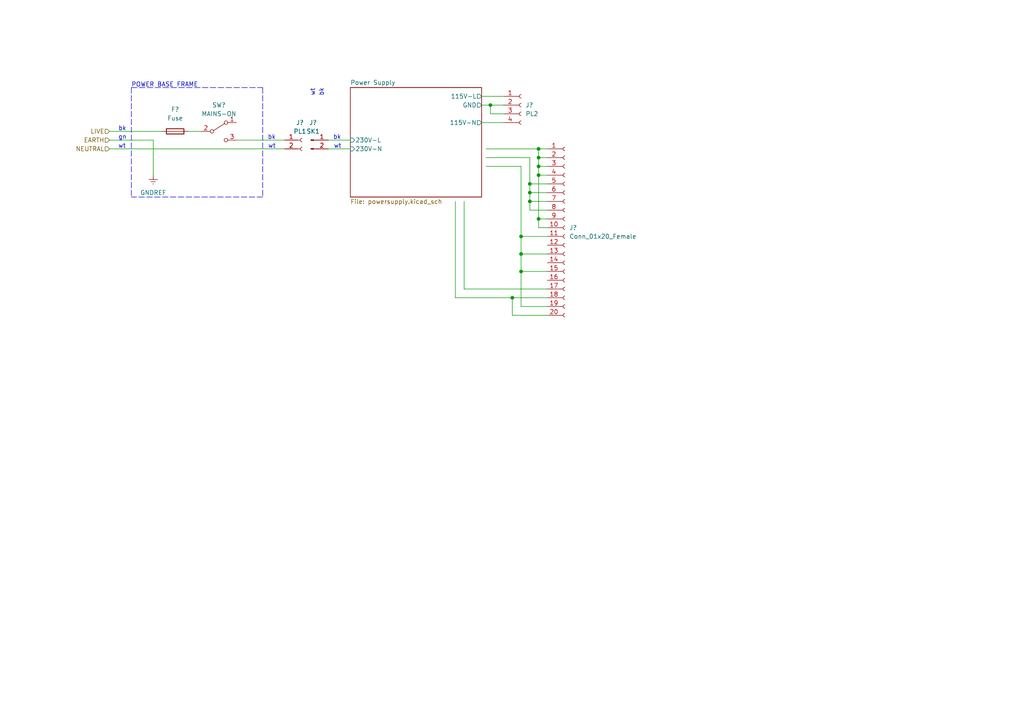
<source format=kicad_sch>
(kicad_sch (version 20211123) (generator eeschema)
  (paper "A4")
  (lib_symbols
    (symbol "Connector:Conn_01x02_Female" (pin_names (offset 1.016) hide)
      (property "Reference" "J" (at 0 2.54 0))
      (property "Value" "Conn_01x02_Female" (at 0 -5.08 0))
      (symbol "Conn_01x02_Female_1_1"
        (arc (start 0 -2.032) (mid -0.508 -2.54) (end 0 -3.048) (stroke (width 0.1524)))
        (polyline (pts (xy -1.27 -2.54) (xy -0.508 -2.54)) (stroke (width 0.1524)))
        (polyline (pts (xy -1.27 0) (xy -0.508 0)) (stroke (width 0.1524)))
        (arc (start 0 0.508) (mid -0.508 0) (end 0 -0.508) (stroke (width 0.1524)))
        (pin passive line (at -5.08 0 0) (length 3.81) (name "Pin_1") (number "1"))
        (pin passive line (at -5.08 -2.54 0) (length 3.81) (name "Pin_2") (number "2"))
      )
    )
    (symbol "Connector:Conn_01x02_Male" (pin_names (offset 1.016) hide)
      (property "Reference" "J" (at 0 2.54 0))
      (property "Value" "Conn_01x02_Male" (at 0 -5.08 0))
      (symbol "Conn_01x02_Male_1_1"
        (polyline (pts (xy 1.27 -2.54) (xy 0.8636 -2.54)) (stroke (width 0.1524)))
        (polyline (pts (xy 1.27 0) (xy 0.8636 0)) (stroke (width 0.1524)))
        (rectangle (start 0.8636 -2.413) (end 0 -2.667) (stroke (width 0.1524)) (fill (type outline)))
        (rectangle (start 0.8636 0.127) (end 0 -0.127) (stroke (width 0.1524)) (fill (type outline)))
        (pin passive line (at 5.08 0 180) (length 3.81) (name "Pin_1") (number "1"))
        (pin passive line (at 5.08 -2.54 180) (length 3.81) (name "Pin_2") (number "2"))
      )
    )
    (symbol "Connector:Conn_01x04_Female" (pin_names (offset 1.016) hide)
      (property "Reference" "J" (at 0 5.08 0))
      (property "Value" "Conn_01x04_Female" (at 0 -7.62 0))
      (symbol "Conn_01x04_Female_1_1"
        (arc (start 0 -4.572) (mid -0.508 -5.08) (end 0 -5.588) (stroke (width 0.1524)))
        (arc (start 0 -2.032) (mid -0.508 -2.54) (end 0 -3.048) (stroke (width 0.1524)))
        (polyline (pts (xy -1.27 -5.08) (xy -0.508 -5.08)) (stroke (width 0.1524)))
        (polyline (pts (xy -1.27 -2.54) (xy -0.508 -2.54)) (stroke (width 0.1524)))
        (polyline (pts (xy -1.27 0) (xy -0.508 0)) (stroke (width 0.1524)))
        (polyline (pts (xy -1.27 2.54) (xy -0.508 2.54)) (stroke (width 0.1524)))
        (arc (start 0 0.508) (mid -0.508 0) (end 0 -0.508) (stroke (width 0.1524)))
        (arc (start 0 3.048) (mid -0.508 2.54) (end 0 2.032) (stroke (width 0.1524)))
        (pin passive line (at -5.08 2.54 0) (length 3.81) (name "Pin_1") (number "1"))
        (pin passive line (at -5.08 0 0) (length 3.81) (name "Pin_2") (number "2"))
        (pin passive line (at -5.08 -2.54 0) (length 3.81) (name "Pin_3") (number "3"))
        (pin passive line (at -5.08 -5.08 0) (length 3.81) (name "Pin_4") (number "4"))
      )
    )
    (symbol "Connector:Conn_01x20_Female" (pin_names (offset 1.016) hide)
      (property "Reference" "J" (at 0 25.4 0))
      (property "Value" "Conn_01x20_Female" (at 0 -27.94 0))
      (symbol "Conn_01x20_Female_1_1"
        (arc (start 0 -24.892) (mid -0.508 -25.4) (end 0 -25.908) (stroke (width 0.1524)))
        (arc (start 0 -22.352) (mid -0.508 -22.86) (end 0 -23.368) (stroke (width 0.1524)))
        (arc (start 0 -19.812) (mid -0.508 -20.32) (end 0 -20.828) (stroke (width 0.1524)))
        (arc (start 0 -17.272) (mid -0.508 -17.78) (end 0 -18.288) (stroke (width 0.1524)))
        (arc (start 0 -14.732) (mid -0.508 -15.24) (end 0 -15.748) (stroke (width 0.1524)))
        (arc (start 0 -12.192) (mid -0.508 -12.7) (end 0 -13.208) (stroke (width 0.1524)))
        (arc (start 0 -9.652) (mid -0.508 -10.16) (end 0 -10.668) (stroke (width 0.1524)))
        (arc (start 0 -7.112) (mid -0.508 -7.62) (end 0 -8.128) (stroke (width 0.1524)))
        (arc (start 0 -4.572) (mid -0.508 -5.08) (end 0 -5.588) (stroke (width 0.1524)))
        (arc (start 0 -2.032) (mid -0.508 -2.54) (end 0 -3.048) (stroke (width 0.1524)))
        (polyline (pts (xy -1.27 -25.4) (xy -0.508 -25.4)) (stroke (width 0.1524)))
        (polyline (pts (xy -1.27 -22.86) (xy -0.508 -22.86)) (stroke (width 0.1524)))
        (polyline (pts (xy -1.27 -20.32) (xy -0.508 -20.32)) (stroke (width 0.1524)))
        (polyline (pts (xy -1.27 -17.78) (xy -0.508 -17.78)) (stroke (width 0.1524)))
        (polyline (pts (xy -1.27 -15.24) (xy -0.508 -15.24)) (stroke (width 0.1524)))
        (polyline (pts (xy -1.27 -12.7) (xy -0.508 -12.7)) (stroke (width 0.1524)))
        (polyline (pts (xy -1.27 -10.16) (xy -0.508 -10.16)) (stroke (width 0.1524)))
        (polyline (pts (xy -1.27 -7.62) (xy -0.508 -7.62)) (stroke (width 0.1524)))
        (polyline (pts (xy -1.27 -5.08) (xy -0.508 -5.08)) (stroke (width 0.1524)))
        (polyline (pts (xy -1.27 -2.54) (xy -0.508 -2.54)) (stroke (width 0.1524)))
        (polyline (pts (xy -1.27 0) (xy -0.508 0)) (stroke (width 0.1524)))
        (polyline (pts (xy -1.27 2.54) (xy -0.508 2.54)) (stroke (width 0.1524)))
        (polyline (pts (xy -1.27 5.08) (xy -0.508 5.08)) (stroke (width 0.1524)))
        (polyline (pts (xy -1.27 7.62) (xy -0.508 7.62)) (stroke (width 0.1524)))
        (polyline (pts (xy -1.27 10.16) (xy -0.508 10.16)) (stroke (width 0.1524)))
        (polyline (pts (xy -1.27 12.7) (xy -0.508 12.7)) (stroke (width 0.1524)))
        (polyline (pts (xy -1.27 15.24) (xy -0.508 15.24)) (stroke (width 0.1524)))
        (polyline (pts (xy -1.27 17.78) (xy -0.508 17.78)) (stroke (width 0.1524)))
        (polyline (pts (xy -1.27 20.32) (xy -0.508 20.32)) (stroke (width 0.1524)))
        (polyline (pts (xy -1.27 22.86) (xy -0.508 22.86)) (stroke (width 0.1524)))
        (arc (start 0 0.508) (mid -0.508 0) (end 0 -0.508) (stroke (width 0.1524)))
        (arc (start 0 3.048) (mid -0.508 2.54) (end 0 2.032) (stroke (width 0.1524)))
        (arc (start 0 5.588) (mid -0.508 5.08) (end 0 4.572) (stroke (width 0.1524)))
        (arc (start 0 8.128) (mid -0.508 7.62) (end 0 7.112) (stroke (width 0.1524)))
        (arc (start 0 10.668) (mid -0.508 10.16) (end 0 9.652) (stroke (width 0.1524)))
        (arc (start 0 13.208) (mid -0.508 12.7) (end 0 12.192) (stroke (width 0.1524)))
        (arc (start 0 15.748) (mid -0.508 15.24) (end 0 14.732) (stroke (width 0.1524)))
        (arc (start 0 18.288) (mid -0.508 17.78) (end 0 17.272) (stroke (width 0.1524)))
        (arc (start 0 20.828) (mid -0.508 20.32) (end 0 19.812) (stroke (width 0.1524)))
        (arc (start 0 23.368) (mid -0.508 22.86) (end 0 22.352) (stroke (width 0.1524)))
        (pin passive line (at -5.08 22.86 0) (length 3.81) (name "Pin_1") (number "1"))
        (pin passive line (at -5.08 0 0) (length 3.81) (name "Pin_10") (number "10"))
        (pin passive line (at -5.08 -2.54 0) (length 3.81) (name "Pin_11") (number "11"))
        (pin passive line (at -5.08 -5.08 0) (length 3.81) (name "Pin_12") (number "12"))
        (pin passive line (at -5.08 -7.62 0) (length 3.81) (name "Pin_13") (number "13"))
        (pin passive line (at -5.08 -10.16 0) (length 3.81) (name "Pin_14") (number "14"))
        (pin passive line (at -5.08 -12.7 0) (length 3.81) (name "Pin_15") (number "15"))
        (pin passive line (at -5.08 -15.24 0) (length 3.81) (name "Pin_16") (number "16"))
        (pin passive line (at -5.08 -17.78 0) (length 3.81) (name "Pin_17") (number "17"))
        (pin passive line (at -5.08 -20.32 0) (length 3.81) (name "Pin_18") (number "18"))
        (pin passive line (at -5.08 -22.86 0) (length 3.81) (name "Pin_19") (number "19"))
        (pin passive line (at -5.08 20.32 0) (length 3.81) (name "Pin_2") (number "2"))
        (pin passive line (at -5.08 -25.4 0) (length 3.81) (name "Pin_20") (number "20"))
        (pin passive line (at -5.08 17.78 0) (length 3.81) (name "Pin_3") (number "3"))
        (pin passive line (at -5.08 15.24 0) (length 3.81) (name "Pin_4") (number "4"))
        (pin passive line (at -5.08 12.7 0) (length 3.81) (name "Pin_5") (number "5"))
        (pin passive line (at -5.08 10.16 0) (length 3.81) (name "Pin_6") (number "6"))
        (pin passive line (at -5.08 7.62 0) (length 3.81) (name "Pin_7") (number "7"))
        (pin passive line (at -5.08 5.08 0) (length 3.81) (name "Pin_8") (number "8"))
        (pin passive line (at -5.08 2.54 0) (length 3.81) (name "Pin_9") (number "9"))
      )
    )
    (symbol "Device:Fuse" (pin_numbers hide) (pin_names (offset 0))
      (property "Reference" "F" (at 2.032 0 90))
      (property "Value" "Fuse" (at -1.905 0 90))
      (symbol "Fuse_0_1"
        (rectangle (start -0.762 -2.54) (end 0.762 2.54) (stroke (width 0.254)))
        (polyline (pts (xy 0 2.54) (xy 0 -2.54)))
      )
      (symbol "Fuse_1_1"
        (pin passive line (at 0 3.81 270) (length 1.27) (name "~") (number "1"))
        (pin passive line (at 0 -3.81 90) (length 1.27) (name "~") (number "2"))
      )
    )
    (symbol "Switch:SW_SPDT" (pin_names (offset 0) hide)
      (property "Reference" "SW" (at 0 4.318 0))
      (property "Value" "SW_SPDT" (at 0 -5.08 0))
      (symbol "SW_SPDT_0_0"
        (circle (center -2.032 0) (radius 0.508))
        (circle (center 2.032 -2.54) (radius 0.508))
      )
      (symbol "SW_SPDT_0_1"
        (polyline (pts (xy -1.524 0.254) (xy 1.651 2.286)))
        (circle (center 2.032 2.54) (radius 0.508))
      )
      (symbol "SW_SPDT_1_1"
        (pin passive line (at 5.08 2.54 180) (length 2.54) (name "A") (number "1"))
        (pin passive line (at -5.08 0 0) (length 2.54) (name "B") (number "2"))
        (pin passive line (at 5.08 -2.54 180) (length 2.54) (name "C") (number "3"))
      )
    )
    (symbol "power:GNDREF" (power) (pin_names (offset 0))
      (property "Value" "GNDREF" (at 0 -3.81 0))
      (symbol "GNDREF_0_1"
        (polyline (pts (xy -0.635 -1.905) (xy 0.635 -1.905)))
        (polyline (pts (xy -0.127 -2.54) (xy 0.127 -2.54)))
        (polyline (pts (xy 0 -1.27) (xy 0 0)))
        (polyline (pts (xy 1.27 -1.27) (xy -1.27 -1.27)))
      )
      (symbol "GNDREF_1_1"
        (pin power_in line (at 0 0 270) (length 0) hide (name "GNDREF") (number "1"))
      )
    )
  )
  (junction (at 153.67 58.42))
  (junction (at 156.21 43.18))
  (junction (at 151.13 68.58))
  (junction (at 142.24 30.48))
  (junction (at 151.13 78.74))
  (junction (at 148.59 86.36))
  (junction (at 156.21 45.72))
  (junction (at 151.13 73.66))
  (junction (at 153.67 53.34))
  (junction (at 156.21 63.5))
  (junction (at 156.21 50.8))
  (junction (at 153.67 55.88))
  (junction (at 156.21 48.26))
  (wire (pts (xy 140.97 48.26) (xy 151.13 48.26)))
  (wire (pts (xy 140.97 45.72) (xy 153.67 45.72)))
  (wire (pts (xy 158.75 63.5) (xy 156.21 63.5)))
  (wire (pts (xy 158.75 60.96) (xy 153.67 60.96)))
  (wire (pts (xy 139.7 35.56) (xy 146.05 35.56)))
  (wire (pts (xy 158.75 58.42) (xy 153.67 58.42)))
  (wire (pts (xy 146.05 33.02) (xy 142.24 33.02)))
  (wire (pts (xy 31.75 40.64) (xy 44.45 40.64)))
  (wire (pts (xy 158.75 83.82) (xy 134.62 83.82)))
  (wire (pts (xy 142.24 30.48) (xy 146.05 30.48)))
  (wire (pts (xy 139.7 30.48) (xy 142.24 30.48)))
  (wire (pts (xy 156.21 66.04) (xy 156.21 63.5)))
  (wire (pts (xy 158.75 73.66) (xy 151.13 73.66)))
  (wire (pts (xy 158.75 48.26) (xy 156.21 48.26)))
  (wire (pts (xy 142.24 33.02) (xy 142.24 30.48)))
  (wire (pts (xy 68.58 40.64) (xy 82.55 40.64)))
  (wire (pts (xy 158.75 45.72) (xy 156.21 45.72)))
  (wire (pts (xy 95.25 40.64) (xy 101.6 40.64)))
  (polyline (pts (xy 76.2 25.4) (xy 76.2 57.15)))
  (wire (pts (xy 134.62 58.42) (xy 134.62 83.82)))
  (wire (pts (xy 151.13 88.9) (xy 151.13 78.74)))
  (wire (pts (xy 156.21 48.26) (xy 156.21 45.72)))
  (wire (pts (xy 158.75 55.88) (xy 153.67 55.88)))
  (wire (pts (xy 148.59 91.44) (xy 148.59 86.36)))
  (wire (pts (xy 95.25 43.18) (xy 101.6 43.18)))
  (wire (pts (xy 158.75 66.04) (xy 156.21 66.04)))
  (wire (pts (xy 153.67 60.96) (xy 153.67 58.42)))
  (wire (pts (xy 132.08 58.42) (xy 132.08 86.36)))
  (wire (pts (xy 156.21 43.18) (xy 158.75 43.18)))
  (polyline (pts (xy 38.1 25.4) (xy 38.1 57.15)))
  (wire (pts (xy 156.21 45.72) (xy 156.21 43.18)))
  (wire (pts (xy 31.75 43.18) (xy 82.55 43.18)))
  (wire (pts (xy 158.75 78.74) (xy 151.13 78.74)))
  (wire (pts (xy 140.97 43.18) (xy 156.21 43.18)))
  (wire (pts (xy 151.13 78.74) (xy 151.13 73.66)))
  (polyline (pts (xy 76.2 57.15) (xy 38.1 57.15)))
  (wire (pts (xy 139.7 27.94) (xy 146.05 27.94)))
  (wire (pts (xy 148.59 86.36) (xy 132.08 86.36)))
  (wire (pts (xy 156.21 50.8) (xy 156.21 48.26)))
  (wire (pts (xy 153.67 55.88) (xy 153.67 53.34)))
  (wire (pts (xy 151.13 73.66) (xy 151.13 68.58)))
  (wire (pts (xy 158.75 50.8) (xy 156.21 50.8)))
  (wire (pts (xy 158.75 86.36) (xy 148.59 86.36)))
  (wire (pts (xy 153.67 53.34) (xy 153.67 45.72)))
  (wire (pts (xy 158.75 91.44) (xy 148.59 91.44)))
  (wire (pts (xy 31.75 38.1) (xy 46.99 38.1)))
  (polyline (pts (xy 38.1 25.4) (xy 76.2 25.4)))
  (wire (pts (xy 156.21 63.5) (xy 156.21 50.8)))
  (wire (pts (xy 54.61 38.1) (xy 58.42 38.1)))
  (wire (pts (xy 158.75 68.58) (xy 151.13 68.58)))
  (wire (pts (xy 158.75 88.9) (xy 151.13 88.9)))
  (wire (pts (xy 153.67 58.42) (xy 153.67 55.88)))
  (wire (pts (xy 151.13 68.58) (xy 151.13 48.26)))
  (wire (pts (xy 158.75 53.34) (xy 153.67 53.34)))
  (wire (pts (xy 44.45 40.64) (xy 44.45 50.8)))
  (text "bk" (at 98.9715 40.6172 180) (effects (font (size 1.27 1.27)) (justify right bottom)))
  (text "wt" (at 91.44 27.94 90) (effects (font (size 1.27 1.27)) (justify left bottom)))
  (text "wt" (at 99.06 43.18 180) (effects (font (size 1.27 1.27)) (justify right bottom)))
  (text "POWER BASE FRAME" (at 38.1 25.4 0) (effects (font (size 1.27 1.27)) (justify left bottom)))
  (text "bk" (at 34.29 38.1 0) (effects (font (size 1.27 1.27)) (justify left bottom)))
  (text "wt" (at 79.9958 43.1774 180) (effects (font (size 1.27 1.27)) (justify right bottom)))
  (text "wt" (at 34.2748 43.1774 0) (effects (font (size 1.27 1.27)) (justify left bottom)))
  (text "bk" (at 80.01 40.64 180) (effects (font (size 1.27 1.27)) (justify right bottom)))
  (text "bk" (at 93.98 27.94 90) (effects (font (size 1.27 1.27)) (justify left bottom)))
  (text "gn" (at 34.2748 40.6114 0) (effects (font (size 1.27 1.27)) (justify left bottom)))
  (hierarchical_label "NEUTRAL" (shape input) (at 31.75 43.18 180))
  (hierarchical_label "LIVE" (shape input) (at 31.75 38.1 180))
  (hierarchical_label "EARTH" (shape input) (at 31.75 40.64 180))
  (symbol (lib_id "Connector:Conn_01x04_Female") (at 151.13 30.48 0) (unit 1)
    (property "Reference" "J?" (at 152.4 30.4799 0) (effects (justify left)))
    (property "Value" "PL2" (at 152.4 33.0199 0) (effects (justify left)))
  )
  (symbol (lib_id "Connector:Conn_01x20_Female") (at 163.83 66.04 0) (unit 1)
    (property "Reference" "J?" (at 165.1 66.0399 0) (effects (justify left)))
    (property "Value" "Conn_01x20_Female" (at 165.1 68.5799 0) (effects (justify left)))
  )
  (symbol (lib_id "Switch:SW_SPDT") (at 63.5 38.1 0) (unit 1)
    (property "Reference" "SW?" (at 63.5 30.48 0))
    (property "Value" "MAINS-ON" (at 63.5 33.02 0))
  )
  (symbol (lib_id "power:GNDREF") (at 44.45 50.8 0) (unit 1)
    (property "Reference" "#PWR?" (effects hide))
    (property "Value" "GNDREF" (at 44.45 55.88 0))
  )
  (symbol (lib_id "Connector:Conn_01x02_Female") (at 87.63 40.64 0) (unit 1)
    (property "Reference" "J?" (at 86.995 35.56 0))
    (property "Value" "PL1" (at 86.995 38.1 0))
  )
  (symbol (lib_id "Device:Fuse") (at 50.8 38.1 90) (unit 1)
    (property "Reference" "F?" (at 50.8 31.75 90))
    (property "Value" "Fuse" (at 50.8 34.29 90))
  )
  (symbol (lib_id "Connector:Conn_01x02_Male") (at 90.17 40.64 0) (unit 1)
    (property "Reference" "J?" (at 90.805 35.56 0))
    (property "Value" "SK1" (at 90.805 38.1 0))
  )
  (sheet (at 101.6 25.4) (size 38.1 31.75) (stroke (width 0.1524))
    (property "Sheet name" "Power Supply" (at 101.6 24.6884 0) (effects (justify left bottom)))
    (property "Sheet file" "powersupply.kicad_sch" (at 101.6 57.7346 0) (effects (justify left top)))
    (pin "230V-N" input (at 101.6 43.18 180))
    (pin "230V-L" input (at 101.6 40.64 180))
    (pin "115V-L" output (at 139.7 27.94 0))
    (pin "GND" output (at 139.7 30.48 0))
    (pin "115V-N" output (at 139.7 35.56 0))
  )
)
</source>
